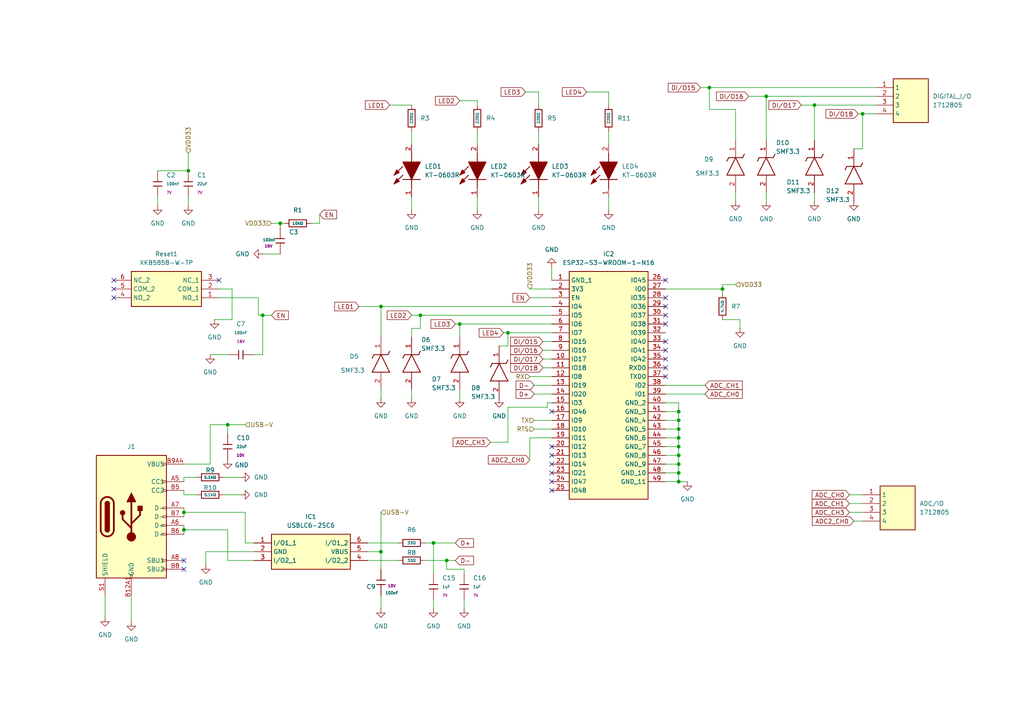
<source format=kicad_sch>
(kicad_sch (version 20250114) (generator "eeschema") (generator_version "9.0")
  (paper "A4")
  (junction (at 110.49 160.02))
  (junction (at 53.34 153.67))
  (junction (at 121.92 91.44))
  (junction (at 76.2 91.44))
  (junction (at 196.85 119.38))
  (junction (at 209.55 83.82))
  (junction (at 129.54 162.56))
  (junction (at 53.34 148.59))
  (junction (at 125.73 157.48))
  (junction (at 133.35 93.98))
  (junction (at 147.32 96.52))
  (junction (at 196.85 121.92))
  (junction (at 196.85 127))
  (junction (at 66.04 123.19))
  (junction (at 222.25 27.94))
  (junction (at 196.85 134.62))
  (junction (at 110.49 88.9))
  (junction (at 196.85 132.08))
  (junction (at 81.28 64.77))
  (junction (at 196.85 137.16))
  (junction (at 54.61 49.53))
  (junction (at 250.19 33.02))
  (junction (at 196.85 129.54))
  (junction (at 196.85 139.7))
  (junction (at 205.74 25.4))
  (junction (at 196.85 124.46))
  (junction (at 236.22 30.48))
  (no_connect (at 193.04 81.28))
  (no_connect (at 63.5 81.28))
  (no_connect (at 53.34 165.1))
  (no_connect (at 33.02 86.36))
  (no_connect (at 160.02 129.54))
  (no_connect (at 33.02 81.28))
  (no_connect (at 160.02 119.38))
  (no_connect (at 160.02 137.16))
  (no_connect (at 160.02 132.08))
  (no_connect (at 193.04 93.98))
  (no_connect (at 193.04 91.44))
  (no_connect (at 193.04 99.06))
  (no_connect (at 193.04 106.68))
  (no_connect (at 193.04 109.22))
  (no_connect (at 193.04 88.9))
  (no_connect (at 53.34 162.56))
  (no_connect (at 33.02 83.82))
  (no_connect (at 193.04 101.6))
  (no_connect (at 160.02 142.24))
  (no_connect (at 160.02 139.7))
  (no_connect (at 193.04 104.14))
  (no_connect (at 160.02 134.62))
  (no_connect (at 193.04 86.36))
  (wire (pts (xy 246.38 148.59) (xy 250.19 148.59)))
  (wire (pts (xy 193.04 83.82) (xy 209.55 83.82)))
  (wire (pts (xy 54.61 57.15) (xy 54.61 59.69)))
  (wire (pts (xy 158.75 118.11) (xy 158.75 116.84)))
  (wire (pts (xy 193.04 114.3) (xy 204.47 114.3)))
  (wire (pts (xy 81.28 66.04) (xy 81.28 64.77)))
  (wire (pts (xy 60.96 102.87) (xy 66.04 102.87)))
  (wire (pts (xy 63.5 86.36) (xy 74.93 86.36)))
  (wire (pts (xy 133.35 113.03) (xy 133.35 115.57)))
  (wire (pts (xy 110.49 165.1) (xy 110.49 160.02)))
  (wire (pts (xy 119.38 57.15) (xy 119.38 60.96)))
  (wire (pts (xy 248.92 33.02) (xy 250.19 33.02)))
  (wire (pts (xy 110.49 148.59) (xy 110.49 160.02)))
  (wire (pts (xy 53.34 148.59) (xy 53.34 149.86)))
  (wire (pts (xy 119.38 113.03) (xy 119.38 115.57)))
  (wire (pts (xy 236.22 30.48) (xy 254 30.48)))
  (wire (pts (xy 119.38 97.79) (xy 119.38 95.25)))
  (wire (pts (xy 53.34 139.7) (xy 53.34 138.43)))
  (wire (pts (xy 203.2 25.4) (xy 205.74 25.4)))
  (wire (pts (xy 147.32 128.27) (xy 147.32 118.11)))
  (wire (pts (xy 196.85 124.46) (xy 196.85 127)))
  (wire (pts (xy 53.34 148.59) (xy 71.12 148.59)))
  (wire (pts (xy 247.65 43.18) (xy 250.19 43.18)))
  (wire (pts (xy 67.31 92.71) (xy 62.23 92.71)))
  (wire (pts (xy 246.38 146.05) (xy 250.19 146.05)))
  (wire (pts (xy 121.92 95.25) (xy 121.92 91.44)))
  (wire (pts (xy 196.85 132.08) (xy 196.85 134.62)))
  (wire (pts (xy 193.04 116.84) (xy 196.85 116.84)))
  (wire (pts (xy 73.66 160.02) (xy 59.69 160.02)))
  (wire (pts (xy 82.55 64.77) (xy 81.28 64.77)))
  (wire (pts (xy 66.04 162.56) (xy 73.66 162.56)))
  (wire (pts (xy 193.04 137.16) (xy 196.85 137.16)))
  (wire (pts (xy 125.73 157.48) (xy 125.73 166.37)))
  (wire (pts (xy 106.68 160.02) (xy 110.49 160.02)))
  (wire (pts (xy 157.48 106.68) (xy 160.02 106.68)))
  (wire (pts (xy 106.68 157.48) (xy 115.57 157.48)))
  (wire (pts (xy 125.73 157.48) (xy 132.08 157.48)))
  (wire (pts (xy 154.94 121.92) (xy 160.02 121.92)))
  (wire (pts (xy 59.69 160.02) (xy 59.69 163.83)))
  (wire (pts (xy 121.92 91.44) (xy 160.02 91.44)))
  (wire (pts (xy 176.53 26.67) (xy 176.53 30.48)))
  (wire (pts (xy 213.36 82.55) (xy 209.55 82.55)))
  (wire (pts (xy 133.35 93.98) (xy 160.02 93.98)))
  (wire (pts (xy 53.34 152.4) (xy 53.34 153.67)))
  (wire (pts (xy 214.63 92.71) (xy 209.55 92.71)))
  (wire (pts (xy 154.94 114.3) (xy 160.02 114.3)))
  (wire (pts (xy 90.17 64.77) (xy 92.71 64.77)))
  (wire (pts (xy 236.22 30.48) (xy 236.22 40.64)))
  (wire (pts (xy 53.34 147.32) (xy 53.34 148.59)))
  (wire (pts (xy 193.04 127) (xy 196.85 127)))
  (wire (pts (xy 76.2 73.66) (xy 81.28 73.66)))
  (wire (pts (xy 144.78 100.33) (xy 147.32 100.33)))
  (wire (pts (xy 152.4 26.67) (xy 156.21 26.67)))
  (wire (pts (xy 71.12 148.59) (xy 71.12 157.48)))
  (wire (pts (xy 156.21 26.67) (xy 156.21 30.48)))
  (wire (pts (xy 196.85 121.92) (xy 196.85 124.46)))
  (wire (pts (xy 176.53 57.15) (xy 176.53 60.96)))
  (wire (pts (xy 156.21 38.1) (xy 156.21 41.91)))
  (wire (pts (xy 196.85 127) (xy 196.85 129.54)))
  (wire (pts (xy 110.49 97.79) (xy 110.49 88.9)))
  (wire (pts (xy 205.74 31.75) (xy 205.74 25.4)))
  (wire (pts (xy 53.34 153.67) (xy 66.04 153.67)))
  (wire (pts (xy 196.85 139.7) (xy 199.39 139.7)))
  (wire (pts (xy 196.85 134.62) (xy 196.85 137.16)))
  (wire (pts (xy 123.19 157.48) (xy 125.73 157.48)))
  (wire (pts (xy 60.96 123.19) (xy 60.96 134.62)))
  (wire (pts (xy 209.55 83.82) (xy 209.55 85.09)))
  (wire (pts (xy 193.04 119.38) (xy 196.85 119.38)))
  (wire (pts (xy 147.32 100.33) (xy 147.32 96.52)))
  (wire (pts (xy 157.48 99.06) (xy 160.02 99.06)))
  (wire (pts (xy 196.85 129.54) (xy 196.85 132.08)))
  (wire (pts (xy 74.93 86.36) (xy 74.93 91.44)))
  (wire (pts (xy 66.04 123.19) (xy 71.12 123.19)))
  (wire (pts (xy 119.38 95.25) (xy 121.92 95.25)))
  (wire (pts (xy 53.34 138.43) (xy 57.15 138.43)))
  (wire (pts (xy 138.43 29.21) (xy 138.43 30.48)))
  (wire (pts (xy 153.67 86.36) (xy 160.02 86.36)))
  (wire (pts (xy 142.24 128.27) (xy 147.32 128.27)))
  (wire (pts (xy 214.63 95.25) (xy 214.63 92.71)))
  (wire (pts (xy 113.03 30.48) (xy 119.38 30.48)))
  (wire (pts (xy 153.67 127) (xy 160.02 127)))
  (wire (pts (xy 133.35 93.98) (xy 133.35 97.79)))
  (wire (pts (xy 193.04 129.54) (xy 196.85 129.54)))
  (wire (pts (xy 153.67 133.35) (xy 153.67 127)))
  (wire (pts (xy 247.65 151.13) (xy 250.19 151.13)))
  (wire (pts (xy 160.02 77.47) (xy 160.02 81.28)))
  (wire (pts (xy 123.19 162.56) (xy 129.54 162.56)))
  (wire (pts (xy 110.49 172.72) (xy 110.49 176.53)))
  (wire (pts (xy 66.04 162.56) (xy 66.04 153.67)))
  (wire (pts (xy 196.85 116.84) (xy 196.85 119.38)))
  (wire (pts (xy 222.25 27.94) (xy 254 27.94)))
  (wire (pts (xy 246.38 143.51) (xy 250.19 143.51)))
  (wire (pts (xy 138.43 38.1) (xy 138.43 41.91)))
  (wire (pts (xy 213.36 55.88) (xy 213.36 58.42)))
  (wire (pts (xy 193.04 124.46) (xy 196.85 124.46)))
  (wire (pts (xy 60.96 123.19) (xy 66.04 123.19)))
  (wire (pts (xy 60.96 134.62) (xy 53.34 134.62)))
  (wire (pts (xy 205.74 25.4) (xy 254 25.4)))
  (wire (pts (xy 153.67 109.22) (xy 160.02 109.22)))
  (wire (pts (xy 54.61 44.45) (xy 54.61 49.53)))
  (wire (pts (xy 76.2 91.44) (xy 78.74 91.44)))
  (wire (pts (xy 134.62 173.99) (xy 134.62 176.53)))
  (wire (pts (xy 193.04 121.92) (xy 196.85 121.92)))
  (wire (pts (xy 217.17 27.94) (xy 222.25 27.94)))
  (wire (pts (xy 209.55 82.55) (xy 209.55 83.82)))
  (wire (pts (xy 73.66 102.87) (xy 76.2 102.87)))
  (wire (pts (xy 110.49 113.03) (xy 110.49 115.57)))
  (wire (pts (xy 154.94 111.76) (xy 160.02 111.76)))
  (wire (pts (xy 236.22 55.88) (xy 236.22 58.42)))
  (wire (pts (xy 63.5 83.82) (xy 67.31 83.82)))
  (wire (pts (xy 193.04 111.76) (xy 204.47 111.76)))
  (wire (pts (xy 193.04 134.62) (xy 196.85 134.62)))
  (wire (pts (xy 129.54 165.1) (xy 129.54 162.56)))
  (wire (pts (xy 196.85 119.38) (xy 196.85 121.92)))
  (wire (pts (xy 193.04 132.08) (xy 196.85 132.08)))
  (wire (pts (xy 138.43 57.15) (xy 138.43 60.96)))
  (wire (pts (xy 158.75 116.84) (xy 160.02 116.84)))
  (wire (pts (xy 133.35 29.21) (xy 138.43 29.21)))
  (wire (pts (xy 64.77 138.43) (xy 69.85 138.43)))
  (wire (pts (xy 53.34 143.51) (xy 53.34 142.24)))
  (wire (pts (xy 125.73 173.99) (xy 125.73 176.53)))
  (wire (pts (xy 250.19 43.18) (xy 250.19 33.02)))
  (wire (pts (xy 64.77 143.51) (xy 69.85 143.51)))
  (wire (pts (xy 132.08 93.98) (xy 133.35 93.98)))
  (wire (pts (xy 67.31 83.82) (xy 67.31 92.71)))
  (wire (pts (xy 213.36 40.64) (xy 213.36 31.75)))
  (wire (pts (xy 154.94 124.46) (xy 160.02 124.46)))
  (wire (pts (xy 147.32 118.11) (xy 158.75 118.11)))
  (wire (pts (xy 153.67 83.82) (xy 160.02 83.82)))
  (wire (pts (xy 193.04 139.7) (xy 196.85 139.7)))
  (wire (pts (xy 157.48 101.6) (xy 160.02 101.6)))
  (wire (pts (xy 45.72 49.53) (xy 54.61 49.53)))
  (wire (pts (xy 146.05 96.52) (xy 147.32 96.52)))
  (wire (pts (xy 106.68 162.56) (xy 115.57 162.56)))
  (wire (pts (xy 134.62 165.1) (xy 129.54 165.1)))
  (wire (pts (xy 104.14 88.9) (xy 110.49 88.9)))
  (wire (pts (xy 76.2 102.87) (xy 76.2 91.44)))
  (wire (pts (xy 30.48 172.72) (xy 30.48 179.07)))
  (wire (pts (xy 176.53 38.1) (xy 176.53 41.91)))
  (wire (pts (xy 119.38 38.1) (xy 119.38 41.91)))
  (wire (pts (xy 57.15 143.51) (xy 53.34 143.51)))
  (wire (pts (xy 232.41 30.48) (xy 236.22 30.48)))
  (wire (pts (xy 38.1 172.72) (xy 38.1 180.34)))
  (wire (pts (xy 157.48 104.14) (xy 160.02 104.14)))
  (wire (pts (xy 53.34 153.67) (xy 53.34 154.94)))
  (wire (pts (xy 74.93 91.44) (xy 76.2 91.44)))
  (wire (pts (xy 110.49 88.9) (xy 160.02 88.9)))
  (wire (pts (xy 134.62 166.37) (xy 134.62 165.1)))
  (wire (pts (xy 78.74 64.77) (xy 81.28 64.77)))
  (wire (pts (xy 129.54 162.56) (xy 132.08 162.56)))
  (wire (pts (xy 222.25 27.94) (xy 222.25 40.64)))
  (wire (pts (xy 196.85 137.16) (xy 196.85 139.7)))
  (wire (pts (xy 250.19 33.02) (xy 254 33.02)))
  (wire (pts (xy 119.38 91.44) (xy 121.92 91.44)))
  (wire (pts (xy 92.71 62.23) (xy 92.71 64.77)))
  (wire (pts (xy 170.18 26.67) (xy 176.53 26.67)))
  (wire (pts (xy 213.36 31.75) (xy 205.74 31.75)))
  (wire (pts (xy 222.25 55.88) (xy 222.25 58.42)))
  (wire (pts (xy 71.12 157.48) (xy 73.66 157.48)))
  (wire (pts (xy 45.72 57.15) (xy 45.72 59.69)))
  (wire (pts (xy 147.32 96.52) (xy 160.02 96.52)))
  (wire (pts (xy 156.21 57.15) (xy 156.21 60.96)))
  (wire (pts (xy 66.04 123.19) (xy 66.04 125.73)))
  (global_label "ADC2_CH0" (shape input) (at 247.65 151.13 180) (property "Intersheetrefs" "${INTERSHEET_REFS}" (effects (hide yes))))
  (global_label "ADC_CH0" (shape input) (at 246.38 143.51 180) (property "Intersheetrefs" "${INTERSHEET_REFS}" (effects (hide yes))))
  (global_label "D+" (shape input) (at 132.08 157.48 0) (property "Intersheetrefs" "${INTERSHEET_REFS}" (effects (hide yes))))
  (global_label "DI{slash}O15" (shape input) (at 203.2 25.4 180) (property "Intersheetrefs" "${INTERSHEET_REFS}" (effects (hide yes))))
  (global_label "DI{slash}O17" (shape input) (at 157.48 104.14 180) (property "Intersheetrefs" "${INTERSHEET_REFS}" (effects (hide yes))))
  (global_label "ADC_CH1" (shape input) (at 204.47 111.76 0) (property "Intersheetrefs" "${INTERSHEET_REFS}" (effects (hide yes))))
  (global_label "LED2" (shape input) (at 133.35 29.21 180) (property "Intersheetrefs" "${INTERSHEET_REFS}" (effects (hide yes))))
  (global_label "ADC_CH3" (shape input) (at 246.38 148.59 180) (property "Intersheetrefs" "${INTERSHEET_REFS}" (effects (hide yes))))
  (global_label "EN" (shape input) (at 153.67 86.36 180) (property "Intersheetrefs" "${INTERSHEET_REFS}" (effects (hide yes))))
  (global_label "DI{slash}O17" (shape input) (at 232.41 30.48 180) (property "Intersheetrefs" "${INTERSHEET_REFS}" (effects (hide yes))))
  (global_label "LED2" (shape input) (at 119.38 91.44 180) (property "Intersheetrefs" "${INTERSHEET_REFS}" (effects (hide yes))))
  (global_label "EN" (shape input) (at 92.71 62.23 0) (property "Intersheetrefs" "${INTERSHEET_REFS}" (effects (hide yes))))
  (global_label "ADC2_CH0" (shape input) (at 153.67 133.35 180) (property "Intersheetrefs" "${INTERSHEET_REFS}" (effects (hide yes))))
  (global_label "DI{slash}O16" (shape input) (at 157.48 101.6 180) (property "Intersheetrefs" "${INTERSHEET_REFS}" (effects (hide yes))))
  (global_label "ADC_CH3" (shape input) (at 142.24 128.27 180) (property "Intersheetrefs" "${INTERSHEET_REFS}" (effects (hide yes))))
  (global_label "LED3" (shape input) (at 132.08 93.98 180) (property "Intersheetrefs" "${INTERSHEET_REFS}" (effects (hide yes))))
  (global_label "ADC_CH1" (shape input) (at 246.38 146.05 180) (property "Intersheetrefs" "${INTERSHEET_REFS}" (effects (hide yes))))
  (global_label "EN" (shape input) (at 78.74 91.44 0) (property "Intersheetrefs" "${INTERSHEET_REFS}" (effects (hide yes))))
  (global_label "LED1" (shape input) (at 104.14 88.9 180) (property "Intersheetrefs" "${INTERSHEET_REFS}" (effects (hide yes))))
  (global_label "LED3" (shape input) (at 152.4 26.67 180) (property "Intersheetrefs" "${INTERSHEET_REFS}" (effects (hide yes))))
  (global_label "DI{slash}O18" (shape input) (at 157.48 106.68 180) (property "Intersheetrefs" "${INTERSHEET_REFS}" (effects (hide yes))))
  (global_label "LED4" (shape input) (at 170.18 26.67 180) (property "Intersheetrefs" "${INTERSHEET_REFS}" (effects (hide yes))))
  (global_label "LED1" (shape input) (at 113.03 30.48 180) (property "Intersheetrefs" "${INTERSHEET_REFS}" (effects (hide yes))))
  (global_label "D+" (shape input) (at 154.94 114.3 180) (property "Intersheetrefs" "${INTERSHEET_REFS}" (effects (hide yes))))
  (global_label "DI{slash}O15" (shape input) (at 157.48 99.06 180) (property "Intersheetrefs" "${INTERSHEET_REFS}" (effects (hide yes))))
  (global_label "LED4" (shape input) (at 146.05 96.52 180) (property "Intersheetrefs" "${INTERSHEET_REFS}" (effects (hide yes))))
  (global_label "ADC_CH0" (shape input) (at 204.47 114.3 0) (property "Intersheetrefs" "${INTERSHEET_REFS}" (effects (hide yes))))
  (global_label "D-" (shape input) (at 132.08 162.56 0) (property "Intersheetrefs" "${INTERSHEET_REFS}" (effects (hide yes))))
  (global_label "DI{slash}O18" (shape input) (at 248.92 33.02 180) (property "Intersheetrefs" "${INTERSHEET_REFS}" (effects (hide yes))))
  (global_label "DI{slash}O16" (shape input) (at 217.17 27.94 180) (property "Intersheetrefs" "${INTERSHEET_REFS}" (effects (hide yes))))
  (global_label "D-" (shape input) (at 154.94 111.76 180) (property "Intersheetrefs" "${INTERSHEET_REFS}" (effects (hide yes))))
  (hierarchical_label "RTS" (shape input) (at 154.94 124.46 180))
  (hierarchical_label "RX" (shape input) (at 153.67 109.22 180))
  (hierarchical_label "VDD33" (shape input) (at 153.67 83.82 90))
  (hierarchical_label "USB-V" (shape input) (at 71.12 123.19 0))
  (hierarchical_label "VDD33" (shape input) (at 213.36 82.55 0))
  (hierarchical_label "VDD33" (shape input) (at 78.74 64.77 180))
  (hierarchical_label "VDD33" (shape input) (at 54.61 44.45 90))
  (hierarchical_label "USB-V" (shape input) (at 110.49 148.59 0))
  (hierarchical_label "TX" (shape input) (at 154.94 121.92 180))
  (symbol (lib_id "power:GND") (at 62.23 92.71 0) (unit 1)
    (property "Reference" "#PWR06" (effects (hide yes)))
    (property "Value" "GND" (at 62.23 97.79 0))
    (property "Description" "Power symbol creates a global label with name \"GND\" , ground" (effects (hide yes)))
  )
  (symbol (lib_id "power:GND") (at 214.63 95.25 0) (unit 1)
    (property "Reference" "#PWR034" (effects (hide yes)))
    (property "Value" "GND" (at 214.63 100.33 0))
    (property "Description" "Power symbol creates a global label with name \"GND\" , ground" (effects (hide yes)))
  )
  (symbol (lib_id "PCM_JLCPCB-Resistors:0402,4.7kΩ") (at 209.55 88.9 0) (unit 1)
    (property "Reference" "R7" (at 212.09 88.8999 0) (effects (justify left)))
    (property "Value" "4.7kΩ" (at 209.55 88.9 90) (effects (font (size 0.8 0.8))))
    (property "Footprint" "PCM_JLCPCB:R_0402" (effects (hide yes)))
    (property "Datasheet" "https://www.lcsc.com/datasheet/lcsc_datasheet_2206010045_UNI-ROYAL-Uniroyal-Elec-0402WGF4701TCE_C25900.pdf" (effects (hide yes)))
    (property "Description" "62.5mW Thick Film Resistors 50V ±100ppm/°C ±1% 4.7kΩ 0402 Chip Resistor - Surface Mount ROHS" (effects (hide yes)))
    (property "LCSC" "C25900" (effects (hide yes)))
    (property "Stock" "5275797" (effects (hide yes)))
    (property "Price" "0.004USD" (effects (hide yes)))
    (property "Process" "SMT" (effects (hide yes)))
    (property "Minimum Qty" "20" (effects (hide yes)))
    (property "Attrition Qty" "10" (effects (hide yes)))
    (property "Class" "Basic Component" (effects (hide yes)))
    (property "Category" "Resistors,Chip Resistor - Surface Mount" (effects (hide yes)))
    (property "Manufacturer" "UNI-ROYAL(Uniroyal Elec)" (effects (hide yes)))
    (property "Part" "0402WGF4701TCE" (effects (hide yes)))
    (property "Resistance" "4.7kΩ" (effects (hide yes)))
    (property "Power(Watts)" "62.5mW" (effects (hide yes)))
    (property "Type" "Thick Film Resistors" (effects (hide yes)))
    (property "Overload Voltage (Max)" "50V" (effects (hide yes)))
    (property "Operating Temperature Range" "-55°C~+155°C" (effects (hide yes)))
    (property "Tolerance" "±1%" (effects (hide yes)))
    (property "Temperature Coefficient" "±100ppm/°C" (effects (hide yes)))
  )
  (symbol (lib_id "power:GND") (at 66.04 133.35 0) (unit 1)
    (property "Reference" "#PWR023" (effects (hide yes)))
    (property "Value" "GND" (at 70.104 134.874 0))
    (property "Description" "Power symbol creates a global label with name \"GND\" , ground" (effects (hide yes)))
  )
  (symbol (lib_id "power:GND") (at 59.69 163.83 0) (unit 1)
    (property "Reference" "#PWR015" (effects (hide yes)))
    (property "Value" "GND" (at 59.69 168.91 0))
    (property "Description" "Power symbol creates a global label with name \"GND\" , ground" (effects (hide yes)))
  )
  (symbol (lib_id "power:GND") (at 69.85 143.51 90) (unit 1)
    (property "Reference" "#PWR010" (effects (hide yes)))
    (property "Value" "GND" (at 73.66 143.5099 90) (effects (justify right)))
    (property "Description" "Power symbol creates a global label with name \"GND\" , ground" (effects (hide yes)))
  )
  (symbol (lib_id "power:GND") (at 110.49 176.53 0) (unit 1)
    (property "Reference" "#PWR016" (effects (hide yes)))
    (property "Value" "GND" (at 110.49 181.61 0))
    (property "Description" "Power symbol creates a global label with name \"GND\" , ground" (effects (hide yes)))
  )
  (symbol (lib_id "SamacSys_Parts:USBLC6-2SC6") (at 73.66 157.48 0) (unit 1)
    (property "Reference" "IC1" (at 90.17 149.86 0))
    (property "Value" "USBLC6-2SC6" (at 90.17 152.4 0))
    (property "Footprint" "SamacSys_Parts:SOT95P280X145-6N" (effects (hide yes)))
    (property "Datasheet" "http://www.st.com/st-web-ui/static/active/en/resource/technical/document/datasheet/CD00050750.pdf" (effects (hide yes)))
    (property "Description" "TVS Diode Array Uni-Directional USBLC6-2SC6 17V, SOT-23 6-Pin" (effects (hide yes)))
    (property "Height" "1.45" (effects (hide yes)))
    (property "Manufacturer_Name" "STMicroelectronics" (effects (hide yes)))
    (property "Manufacturer_Part_Number" "USBLC6-2SC6" (effects (hide yes)))
    (property "Mouser Part Number" "511-USBLC6-2SC6" (effects (hide yes)))
    (property "Mouser Price/Stock" "https://www.mouser.co.uk/ProductDetail/STMicroelectronics/USBLC6-2SC6?qs=po45yt2pPpu%2FhNIlwQdTlg%3D%3D" (effects (hide yes)))
    (property "Arrow Part Number" "USBLC6-2SC6" (effects (hide yes)))
    (property "Arrow Price/Stock" "https://www.arrow.com/en/products/usblc6-2sc6/stmicroelectronics?utm_currency=USD&region=europe" (effects (hide yes)))
  )
  (symbol (lib_id "SamacSys_Parts:XKB5858-W-TP") (at 63.5 86.36 180) (unit 1)
    (property "Reference" "Reset1" (at 48.26 73.66 0))
    (property "Value" "XKB5858-W-TP" (at 48.26 76.2 0))
    (property "Footprint" "SamacSys_Parts:XKB5858WTP" (effects (hide yes)))
    (property "Datasheet" "http://www.helloxkb.com/public/images/pdf/XKB5858-X-TP.pdf" (effects (hide yes)))
    (property "Description" "Button switch 5.8x5.8x10 patch lockless high head" (effects (hide yes)))
    (property "Height" "10.6" (effects (hide yes)))
    (property "Manufacturer_Name" "XKB Connectivity" (effects (hide yes)))
    (property "Manufacturer_Part_Number" "XKB5858-W-TP" (effects (hide yes)))
  )
  (symbol (lib_id "power:GND") (at 76.2 73.66 270) (unit 1)
    (property "Reference" "#PWR019" (effects (hide yes)))
    (property "Value" "GND" (at 72.39 73.6599 90) (effects (justify right)))
    (property "Description" "Power symbol creates a global label with name \"GND\" , ground" (effects (hide yes)))
  )
  (symbol (lib_id "PCM_JLCPCB-Capacitors:0603,22uF") (at 66.04 129.54 0) (unit 1)
    (property "Reference" "C10" (at 68.58 126.9999 0) (effects (justify left)))
    (property "Value" "22uF" (at 68.58 129.54 0) (effects (font (size 0.8 0.8)) (justify left)))
    (property "Footprint" "PCM_JLCPCB:C_0603" (effects (hide yes)))
    (property "Datasheet" "https://www.lcsc.com/datasheet/lcsc_datasheet_2304140030_Samsung-Electro-Mechanics-CL10A226MQ8NRNC_C59461.pdf" (effects (hide yes)))
    (property "Description" "6.3V 22uF X5R ±20% 0603 Multilayer Ceramic Capacitors MLCC - SMD/SMT ROHS" (effects (hide yes)))
    (property "LCSC" "C59461" (effects (hide yes)))
    (property "Stock" "4782535" (effects (hide yes)))
    (property "Price" "0.010USD" (effects (hide yes)))
    (property "Process" "SMT" (effects (hide yes)))
    (property "Minimum Qty" "20" (effects (hide yes)))
    (property "Attrition Qty" "10" (effects (hide yes)))
    (property "Class" "Basic Component" (effects (hide yes)))
    (property "Category" "Capacitors,Multilayer Ceramic Capacitors MLCC - SMD/SMT" (effects (hide yes)))
    (property "Manufacturer" "Samsung Electro-Mechanics" (effects (hide yes)))
    (property "Part" "CL10A226MQ8NRNC" (effects (hide yes)))
    (property "Voltage Rated" "10V" (at 68.58 132.08 0) (effects (font (size 0.8 0.8)) (justify left)))
    (property "Tolerance" "±20%" (effects (hide yes)))
    (property "Capacitance" "22uF" (effects (hide yes)))
    (property "Temperature Coefficient" "X5R" (effects (hide yes)))
  )
  (symbol (lib_id "PCM_JLCPCB-Capacitors:0402,100nF") (at 110.49 168.91 180) (unit 1)
    (property "Reference" "C9" (at 108.966 170.18 0) (effects (justify left)))
    (property "Value" "100nF" (at 115.57 171.958 0) (effects (font (size 0.8 0.8)) (justify left)))
    (property "Footprint" "PCM_JLCPCB:C_0402" (effects (hide yes)))
    (property "Datasheet" "https://www.lcsc.com/datasheet/lcsc_datasheet_2304140030_Samsung-Electro-Mechanics-CL05B104KO5NNNC_C1525.pdf" (effects (hide yes)))
    (property "Description" "16V 100nF X7R ±10% 0402 Multilayer Ceramic Capacitors MLCC - SMD/SMT ROHS" (effects (hide yes)))
    (property "LCSC" "C1525" (effects (hide yes)))
    (property "Stock" "17299152" (effects (hide yes)))
    (property "Price" "0.004USD" (effects (hide yes)))
    (property "Process" "SMT" (effects (hide yes)))
    (property "Minimum Qty" "20" (effects (hide yes)))
    (property "Attrition Qty" "10" (effects (hide yes)))
    (property "Class" "Basic Component" (effects (hide yes)))
    (property "Category" "Capacitors,Multilayer Ceramic Capacitors MLCC - SMD/SMT" (effects (hide yes)))
    (property "Manufacturer" "Samsung Electro-Mechanics" (effects (hide yes)))
    (property "Part" "CL05B104KO5NNNC" (effects (hide yes)))
    (property "Voltage Rated" "10V" (at 114.808 169.926 0) (effects (font (size 0.8 0.8)) (justify left)))
    (property "Tolerance" "±10%" (effects (hide yes)))
    (property "Capacitance" "100nF" (effects (hide yes)))
    (property "Temperature Coefficient" "X7R" (effects (hide yes)))
  )
  (symbol (lib_id "SamacSys_Parts:SMF3.3") (at 119.38 97.79 270) (unit 1)
    (property "Reference" "D6" (at 122.174 98.552 90) (effects (justify left)))
    (property "Value" "SMF3.3" (at 122.174 101.092 90) (effects (justify left)))
    (property "Footprint" "SamacSys_Parts:SOD3718X108N" (effects (hide yes)))
    (property "Datasheet" "https://componentsearchengine.com/Datasheets/2/SMF3.3.pdf" (effects (hide yes)))
    (property "Description" "ESD Suppressors / TVS Diodes 200W 3.3V 5% Uni-directional" (effects (hide yes)))
    (property "Height" "1.08" (effects (hide yes)))
    (property "Manufacturer_Name" "LITTELFUSE" (effects (hide yes)))
    (property "Manufacturer_Part_Number" "SMF3.3" (effects (hide yes)))
    (property "Mouser Part Number" "576-SMF3.3" (effects (hide yes)))
    (property "Mouser Price/Stock" "https://www.mouser.co.uk/ProductDetail/Littelfuse/SMF3.3?qs=5LChGqRbrjutbyo%2F8EojOg%3D%3D" (effects (hide yes)))
    (property "Arrow Part Number" "SMF3.3" (effects (hide yes)))
    (property "Arrow Price/Stock" "https://www.arrow.com/en/products/smf3.3/littelfuse?region=nac" (effects (hide yes)))
  )
  (symbol (lib_id "PCM_JLCPCB-Resistors:0402,33Ω") (at 119.38 157.48 270) (unit 1)
    (property "Reference" "R6" (at 119.38 153.67 90))
    (property "Value" "33Ω" (at 119.38 157.48 90) (effects (font (size 0.8 0.8))))
    (property "Footprint" "PCM_JLCPCB:R_0402" (effects (hide yes)))
    (property "Datasheet" "https://www.lcsc.com/datasheet/lcsc_datasheet_2205311900_UNI-ROYAL-Uniroyal-Elec-0402WGF330JTCE_C25105.pdf" (effects (hide yes)))
    (property "Description" "62.5mW Thick Film Resistors 50V ±100ppm/°C ±1% 33Ω 0402 Chip Resistor - Surface Mount ROHS" (effects (hide yes)))
    (property "LCSC" "C25105" (effects (hide yes)))
    (property "Stock" "1542442" (effects (hide yes)))
    (property "Price" "0.004USD" (effects (hide yes)))
    (property "Process" "SMT" (effects (hide yes)))
    (property "Minimum Qty" "20" (effects (hide yes)))
    (property "Attrition Qty" "10" (effects (hide yes)))
    (property "Class" "Basic Component" (effects (hide yes)))
    (property "Category" "Resistors,Chip Resistor - Surface Mount" (effects (hide yes)))
    (property "Manufacturer" "UNI-ROYAL(Uniroyal Elec)" (effects (hide yes)))
    (property "Part" "0402WGF330JTCE" (effects (hide yes)))
    (property "Resistance" "33Ω" (effects (hide yes)))
    (property "Power(Watts)" "62.5mW" (effects (hide yes)))
    (property "Type" "Thick Film Resistors" (effects (hide yes)))
    (property "Overload Voltage (Max)" "50V" (effects (hide yes)))
    (property "Operating Temperature Range" "-55°C~+155°C" (effects (hide yes)))
    (property "Tolerance" "±1%" (effects (hide yes)))
    (property "Temperature Coefficient" "±100ppm/°C" (effects (hide yes)))
  )
  (symbol (lib_id "power:GND") (at 69.85 138.43 90) (unit 1)
    (property "Reference" "#PWR09" (effects (hide yes)))
    (property "Value" "GND" (at 73.66 138.4299 90) (effects (justify right)))
    (property "Description" "Power symbol creates a global label with name \"GND\" , ground" (effects (hide yes)))
  )
  (symbol (lib_id "SamacSys_Parts:KT-0603R") (at 138.43 57.15 90) (unit 1)
    (property "Reference" "LED2" (at 142.24 48.2599 90) (effects (justify right)))
    (property "Value" "KT-0603R" (at 142.24 50.7999 90) (effects (justify right)))
    (property "Footprint" "LEDC1608X70N" (effects (hide yes)))
    (property "Datasheet" "https://datasheet.lcsc.com/szlcsc/Hubei-KENTO-Elec-KT-0603R_C2286.pdf" (effects (hide yes)))
    (property "Description" "Red 615~630nm 1.9~2.2V 0603 Light Emitting Diodes (LED) RoHS" (effects (hide yes)))
    (property "Height" "0.7" (effects (hide yes)))
    (property "Manufacturer_Name" "Hubei KENTO Elec" (effects (hide yes)))
    (property "Manufacturer_Part_Number" "KT-0603R" (effects (hide yes)))
  )
  (symbol (lib_id "PCM_JLCPCB-Capacitors:0402,1uF") (at 125.73 170.18 0) (unit 1)
    (property "Reference" "C15" (at 128.27 167.6399 0) (effects (justify left)))
    (property "Value" "1uF" (at 128.27 170.18 0) (effects (font (size 0.8 0.8)) (justify left)))
    (property "Footprint" "PCM_JLCPCB:C_0402" (effects (hide yes)))
    (property "Datasheet" "https://www.lcsc.com/datasheet/lcsc_datasheet_2304140030_Samsung-Electro-Mechanics-CL05A105KA5NQNC_C52923.pdf" (effects (hide yes)))
    (property "Description" "25V 1uF X5R ±10% 0402 Multilayer Ceramic Capacitors MLCC - SMD/SMT ROHS" (effects (hide yes)))
    (property "LCSC" "C52923" (effects (hide yes)))
    (property "Stock" "5086284" (effects (hide yes)))
    (property "Price" "0.006USD" (effects (hide yes)))
    (property "Process" "SMT" (effects (hide yes)))
    (property "Minimum Qty" "20" (effects (hide yes)))
    (property "Attrition Qty" "10" (effects (hide yes)))
    (property "Class" "Basic Component" (effects (hide yes)))
    (property "Category" "Capacitors,Multilayer Ceramic Capacitors MLCC - SMD/SMT" (effects (hide yes)))
    (property "Manufacturer" "Samsung Electro-Mechanics" (effects (hide yes)))
    (property "Part" "CL05A105KA5NQNC" (effects (hide yes)))
    (property "Voltage Rated" "7V" (at 128.27 172.72 0) (effects (font (size 0.8 0.8)) (justify left)))
    (property "Tolerance" "±10%" (effects (hide yes)))
    (property "Capacitance" "1uF" (effects (hide yes)))
    (property "Temperature Coefficient" "X5R" (effects (hide yes)))
  )
  (symbol (lib_id "power:GND") (at 176.53 60.96 0) (unit 1)
    (property "Reference" "#PWR038" (effects (hide yes)))
    (property "Value" "GND" (at 176.53 66.04 0))
    (property "Description" "Power symbol creates a global label with name \"GND\" , ground" (effects (hide yes)))
  )
  (symbol (lib_id "PCM_JLCPCB-Capacitors:0402,100nF") (at 45.72 53.34 0) (unit 1)
    (property "Reference" "C2" (at 48.26 50.7999 0) (effects (justify left)))
    (property "Value" "100nF" (at 48.26 53.34 0) (effects (font (size 0.8 0.8)) (justify left)))
    (property "Footprint" "PCM_JLCPCB:C_0402" (effects (hide yes)))
    (property "Datasheet" "https://www.lcsc.com/datasheet/lcsc_datasheet_2304140030_Samsung-Electro-Mechanics-CL05B104KO5NNNC_C1525.pdf" (effects (hide yes)))
    (property "Description" "16V 100nF X7R ±10% 0402 Multilayer Ceramic Capacitors MLCC - SMD/SMT ROHS" (effects (hide yes)))
    (property "LCSC" "C1525" (effects (hide yes)))
    (property "Stock" "17299152" (effects (hide yes)))
    (property "Price" "0.004USD" (effects (hide yes)))
    (property "Process" "SMT" (effects (hide yes)))
    (property "Minimum Qty" "20" (effects (hide yes)))
    (property "Attrition Qty" "10" (effects (hide yes)))
    (property "Class" "Basic Component" (effects (hide yes)))
    (property "Category" "Capacitors,Multilayer Ceramic Capacitors MLCC - SMD/SMT" (effects (hide yes)))
    (property "Manufacturer" "Samsung Electro-Mechanics" (effects (hide yes)))
    (property "Part" "CL05B104KO5NNNC" (effects (hide yes)))
    (property "Voltage Rated" "7V" (at 48.26 55.88 0) (effects (font (size 0.8 0.8)) (justify left)))
    (property "Tolerance" "±10%" (effects (hide yes)))
    (property "Capacitance" "100nF" (effects (hide yes)))
    (property "Temperature Coefficient" "X7R" (effects (hide yes)))
  )
  (symbol (lib_id "PCM_JLCPCB-Resistors:0805,5.1kΩ") (at 60.96 138.43 90) (unit 1)
    (property "Reference" "R9" (at 60.96 136.398 90))
    (property "Value" "5.1kΩ" (at 60.96 138.43 90) (effects (font (size 0.8 0.8))))
    (property "Footprint" "PCM_JLCPCB:R_0805" (effects (hide yes)))
    (property "Datasheet" "https://www.lcsc.com/datasheet/lcsc_datasheet_2206010030_UNI-ROYAL-Uniroyal-Elec-0805W8F5101T5E_C27834.pdf" (effects (hide yes)))
    (property "Description" "125mW Thick Film Resistors 150V ±100ppm/°C ±1% 5.1kΩ 0805 Chip Resistor - Surface Mount ROHS" (effects (hide yes)))
    (property "LCSC" "C27834" (effects (hide yes)))
    (property "Stock" "2044387" (effects (hide yes)))
    (property "Price" "0.005USD" (effects (hide yes)))
    (property "Process" "SMT" (effects (hide yes)))
    (property "Minimum Qty" "20" (effects (hide yes)))
    (property "Attrition Qty" "10" (effects (hide yes)))
    (property "Class" "Basic Component" (effects (hide yes)))
    (property "Category" "Resistors,Chip Resistor - Surface Mount" (effects (hide yes)))
    (property "Manufacturer" "UNI-ROYAL(Uniroyal Elec)" (effects (hide yes)))
    (property "Part" "0805W8F5101T5E" (effects (hide yes)))
    (property "Resistance" "5.1kΩ" (effects (hide yes)))
    (property "Power(Watts)" "125mW" (effects (hide yes)))
    (property "Type" "Thick Film Resistors" (effects (hide yes)))
    (property "Overload Voltage (Max)" "150V" (effects (hide yes)))
    (property "Operating Temperature Range" "-55°C~+155°C" (effects (hide yes)))
    (property "Tolerance" "±1%" (effects (hide yes)))
    (property "Temperature Coefficient" "±100ppm/°C" (effects (hide yes)))
  )
  (symbol (lib_id "PCM_JLCPCB-Resistors:0402,220Ω") (at 119.38 34.29 0) (unit 1)
    (property "Reference" "R3" (at 121.92 34.2899 0) (effects (justify left)))
    (property "Value" "220Ω" (at 119.38 34.29 90) (effects (font (size 0.8 0.8))))
    (property "Footprint" "PCM_JLCPCB:R_0402" (effects (hide yes)))
    (property "Datasheet" "https://www.lcsc.com/datasheet/lcsc_datasheet_2205311900_UNI-ROYAL-Uniroyal-Elec-0402WGF2200TCE_C25091.pdf" (effects (hide yes)))
    (property "Description" "62.5mW Thick Film Resistors 50V ±100ppm/°C ±1% 220Ω 0402 Chip Resistor - Surface Mount ROHS" (effects (hide yes)))
    (property "LCSC" "C25091" (effects (hide yes)))
    (property "Stock" "597518" (effects (hide yes)))
    (property "Price" "0.004USD" (effects (hide yes)))
    (property "Process" "SMT" (effects (hide yes)))
    (property "Minimum Qty" "20" (effects (hide yes)))
    (property "Attrition Qty" "10" (effects (hide yes)))
    (property "Class" "Basic Component" (effects (hide yes)))
    (property "Category" "Resistors,Chip Resistor - Surface Mount" (effects (hide yes)))
    (property "Manufacturer" "UNI-ROYAL(Uniroyal Elec)" (effects (hide yes)))
    (property "Part" "0402WGF2200TCE" (effects (hide yes)))
    (property "Resistance" "220Ω" (effects (hide yes)))
    (property "Power(Watts)" "62.5mW" (effects (hide yes)))
    (property "Type" "Thick Film Resistors" (effects (hide yes)))
    (property "Overload Voltage (Max)" "50V" (effects (hide yes)))
    (property "Operating Temperature Range" "-55°C~+155°C" (effects (hide yes)))
    (property "Tolerance" "±1%" (effects (hide yes)))
    (property "Temperature Coefficient" "±100ppm/°C" (effects (hide yes)))
  )
  (symbol (lib_id "SamacSys_Parts:SMF3.3") (at 213.36 40.64 270) (unit 1)
    (property "Reference" "D9" (at 204.216 46.228 90) (effects (justify left)))
    (property "Value" "SMF3.3" (at 201.676 50.292 90) (effects (justify left)))
    (property "Footprint" "SamacSys_Parts:SOD3718X108N" (effects (hide yes)))
    (property "Datasheet" "https://componentsearchengine.com/Datasheets/2/SMF3.3.pdf" (effects (hide yes)))
    (property "Description" "ESD Suppressors / TVS Diodes 200W 3.3V 5% Uni-directional" (effects (hide yes)))
    (property "Height" "1.08" (effects (hide yes)))
    (property "Manufacturer_Name" "LITTELFUSE" (effects (hide yes)))
    (property "Manufacturer_Part_Number" "SMF3.3" (effects (hide yes)))
    (property "Mouser Part Number" "576-SMF3.3" (effects (hide yes)))
    (property "Mouser Price/Stock" "https://www.mouser.co.uk/ProductDetail/Littelfuse/SMF3.3?qs=5LChGqRbrjutbyo%2F8EojOg%3D%3D" (effects (hide yes)))
    (property "Arrow Part Number" "SMF3.3" (effects (hide yes)))
    (property "Arrow Price/Stock" "https://www.arrow.com/en/products/smf3.3/littelfuse?region=nac" (effects (hide yes)))
  )
  (symbol (lib_id "power:GND") (at 213.36 58.42 0) (unit 1)
    (property "Reference" "#PWR043" (effects (hide yes)))
    (property "Value" "GND" (at 213.36 63.5 0))
    (property "Description" "Power symbol creates a global label with name \"GND\" , ground" (effects (hide yes)))
  )
  (symbol (lib_id "SamacSys_Parts:SMF3.3") (at 222.25 40.64 270) (unit 1)
    (property "Reference" "D10" (at 225.044 41.402 90) (effects (justify left)))
    (property "Value" "SMF3.3" (at 225.044 43.942 90) (effects (justify left)))
    (property "Footprint" "SamacSys_Parts:SOD3718X108N" (effects (hide yes)))
    (property "Datasheet" "https://componentsearchengine.com/Datasheets/2/SMF3.3.pdf" (effects (hide yes)))
    (property "Description" "ESD Suppressors / TVS Diodes 200W 3.3V 5% Uni-directional" (effects (hide yes)))
    (property "Height" "1.08" (effects (hide yes)))
    (property "Manufacturer_Name" "LITTELFUSE" (effects (hide yes)))
    (property "Manufacturer_Part_Number" "SMF3.3" (effects (hide yes)))
    (property "Mouser Part Number" "576-SMF3.3" (effects (hide yes)))
    (property "Mouser Price/Stock" "https://www.mouser.co.uk/ProductDetail/Littelfuse/SMF3.3?qs=5LChGqRbrjutbyo%2F8EojOg%3D%3D" (effects (hide yes)))
    (property "Arrow Part Number" "SMF3.3" (effects (hide yes)))
    (property "Arrow Price/Stock" "https://www.arrow.com/en/products/smf3.3/littelfuse?region=nac" (effects (hide yes)))
  )
  (symbol (lib_id "SamacSys_Parts:SMF3.3") (at 144.78 100.33 270) (unit 1)
    (property "Reference" "D8" (at 136.652 112.522 90) (effects (justify left)))
    (property "Value" "SMF3.3" (at 136.652 115.062 90) (effects (justify left)))
    (property "Footprint" "SamacSys_Parts:SOD3718X108N" (effects (hide yes)))
    (property "Datasheet" "https://componentsearchengine.com/Datasheets/2/SMF3.3.pdf" (effects (hide yes)))
    (property "Description" "ESD Suppressors / TVS Diodes 200W 3.3V 5% Uni-directional" (effects (hide yes)))
    (property "Height" "1.08" (effects (hide yes)))
    (property "Manufacturer_Name" "LITTELFUSE" (effects (hide yes)))
    (property "Manufacturer_Part_Number" "SMF3.3" (effects (hide yes)))
    (property "Mouser Part Number" "576-SMF3.3" (effects (hide yes)))
    (property "Mouser Price/Stock" "https://www.mouser.co.uk/ProductDetail/Littelfuse/SMF3.3?qs=5LChGqRbrjutbyo%2F8EojOg%3D%3D" (effects (hide yes)))
    (property "Arrow Part Number" "SMF3.3" (effects (hide yes)))
    (property "Arrow Price/Stock" "https://www.arrow.com/en/products/smf3.3/littelfuse?region=nac" (effects (hide yes)))
  )
  (symbol (lib_id "power:GND") (at 144.78 115.57 0) (unit 1)
    (property "Reference" "#PWR042" (effects (hide yes)))
    (property "Value" "GND" (at 144.78 120.65 0))
    (property "Description" "Power symbol creates a global label with name \"GND\" , ground" (effects (hide yes)))
  )
  (symbol (lib_id "SamacSys_Parts:1712805") (at 250.19 143.51 0) (unit 1)
    (property "Reference" "ADC/IO" (at 266.7 146.0499 0) (effects (justify left)))
    (property "Value" "1712805" (at 266.7 148.5899 0) (effects (justify left)))
    (property "Footprint" "SamacSys_Parts:1712805" (effects (hide yes)))
    (property "Datasheet" "http://www.phoenixcontact.com/de/produkte/1712805/pdf" (effects (hide yes)))
    (property "Description" "PCB terminal block, nominal current: 24 A, rated voltage (III/2): 400 V, nominal cross section: 2.5 mm?, Number of potentials: 4, Number of rows: 1, Number of positions per row: 4, product range: MKDS 3, pitch: 5.08 mm, connection method: Screw connection with tension sleeve, mounting: Wave soldering, conductor/PCB connection direction: 0 ?, color: green, Pin layout: Linear pinning, Solder pin [P]: 5 mm, type of packaging: packed in cardboard. The article can be aligned to create different nos. of positions" (effects (hide yes)))
    (property "Height" "18.2" (effects (hide yes)))
    (property "Manufacturer_Name" "Phoenix Contact" (effects (hide yes)))
    (property "Manufacturer_Part_Number" "1712805" (effects (hide yes)))
    (property "Mouser Part Number" "651-1712805" (effects (hide yes)))
    (property "Mouser Price/Stock" "https://www.mouser.co.uk/ProductDetail/Phoenix-Contact/1712805?qs=F79NelsxgYGg4qX65xdy5g%3D%3D" (effects (hide yes)))
    (property "Arrow Part Number" "1712805" (effects (hide yes)))
    (property "Arrow Price/Stock" "https://www.arrow.com/en/products/1712805/phoenix-contact?utm_currency=USD&region=nac" (effects (hide yes)))
  )
  (symbol (lib_id "SamacSys_Parts:KT-0603R") (at 176.53 57.15 90) (unit 1)
    (property "Reference" "LED4" (at 180.34 48.2599 90) (effects (justify right)))
    (property "Value" "KT-0603R" (at 180.34 50.7999 90) (effects (justify right)))
    (property "Footprint" "LEDC1608X70N" (effects (hide yes)))
    (property "Datasheet" "https://datasheet.lcsc.com/szlcsc/Hubei-KENTO-Elec-KT-0603R_C2286.pdf" (effects (hide yes)))
    (property "Description" "Red 615~630nm 1.9~2.2V 0603 Light Emitting Diodes (LED) RoHS" (effects (hide yes)))
    (property "Height" "0.7" (effects (hide yes)))
    (property "Manufacturer_Name" "Hubei KENTO Elec" (effects (hide yes)))
    (property "Manufacturer_Part_Number" "KT-0603R" (effects (hide yes)))
  )
  (symbol (lib_id "PCM_JLCPCB-Resistors:0805,5.1kΩ") (at 60.96 143.51 90) (unit 1)
    (property "Reference" "R10" (at 60.96 141.478 90))
    (property "Value" "5.1kΩ" (at 60.96 143.51 90) (effects (font (size 0.8 0.8))))
    (property "Footprint" "PCM_JLCPCB:R_0805" (effects (hide yes)))
    (property "Datasheet" "https://www.lcsc.com/datasheet/lcsc_datasheet_2206010030_UNI-ROYAL-Uniroyal-Elec-0805W8F5101T5E_C27834.pdf" (effects (hide yes)))
    (property "Description" "125mW Thick Film Resistors 150V ±100ppm/°C ±1% 5.1kΩ 0805 Chip Resistor - Surface Mount ROHS" (effects (hide yes)))
    (property "LCSC" "C27834" (effects (hide yes)))
    (property "Stock" "2044387" (effects (hide yes)))
    (property "Price" "0.005USD" (effects (hide yes)))
    (property "Process" "SMT" (effects (hide yes)))
    (property "Minimum Qty" "20" (effects (hide yes)))
    (property "Attrition Qty" "10" (effects (hide yes)))
    (property "Class" "Basic Component" (effects (hide yes)))
    (property "Category" "Resistors,Chip Resistor - Surface Mount" (effects (hide yes)))
    (property "Manufacturer" "UNI-ROYAL(Uniroyal Elec)" (effects (hide yes)))
    (property "Part" "0805W8F5101T5E" (effects (hide yes)))
    (property "Resistance" "5.1kΩ" (effects (hide yes)))
    (property "Power(Watts)" "125mW" (effects (hide yes)))
    (property "Type" "Thick Film Resistors" (effects (hide yes)))
    (property "Overload Voltage (Max)" "150V" (effects (hide yes)))
    (property "Operating Temperature Range" "-55°C~+155°C" (effects (hide yes)))
    (property "Tolerance" "±1%" (effects (hide yes)))
    (property "Temperature Coefficient" "±100ppm/°C" (effects (hide yes)))
  )
  (symbol (lib_id "PCM_JLCPCB-Resistors:0402,220Ω") (at 138.43 34.29 0) (unit 1)
    (property "Reference" "R4" (at 140.97 34.2899 0) (effects (justify left)))
    (property "Value" "220Ω" (at 138.43 34.29 90) (effects (font (size 0.8 0.8))))
    (property "Footprint" "PCM_JLCPCB:R_0402" (effects (hide yes)))
    (property "Datasheet" "https://www.lcsc.com/datasheet/lcsc_datasheet_2205311900_UNI-ROYAL-Uniroyal-Elec-0402WGF2200TCE_C25091.pdf" (effects (hide yes)))
    (property "Description" "62.5mW Thick Film Resistors 50V ±100ppm/°C ±1% 220Ω 0402 Chip Resistor - Surface Mount ROHS" (effects (hide yes)))
    (property "LCSC" "C25091" (effects (hide yes)))
    (property "Stock" "597518" (effects (hide yes)))
    (property "Price" "0.004USD" (effects (hide yes)))
    (property "Process" "SMT" (effects (hide yes)))
    (property "Minimum Qty" "20" (effects (hide yes)))
    (property "Attrition Qty" "10" (effects (hide yes)))
    (property "Class" "Basic Component" (effects (hide yes)))
    (property "Category" "Resistors,Chip Resistor - Surface Mount" (effects (hide yes)))
    (property "Manufacturer" "UNI-ROYAL(Uniroyal Elec)" (effects (hide yes)))
    (property "Part" "0402WGF2200TCE" (effects (hide yes)))
    (property "Resistance" "220Ω" (effects (hide yes)))
    (property "Power(Watts)" "62.5mW" (effects (hide yes)))
    (property "Type" "Thick Film Resistors" (effects (hide yes)))
    (property "Overload Voltage (Max)" "50V" (effects (hide yes)))
    (property "Operating Temperature Range" "-55°C~+155°C" (effects (hide yes)))
    (property "Tolerance" "±1%" (effects (hide yes)))
    (property "Temperature Coefficient" "±100ppm/°C" (effects (hide yes)))
  )
  (symbol (lib_id "PCM_JLCPCB-Capacitors:0603,22uF") (at 54.61 53.34 0) (unit 1)
    (property "Reference" "C1" (at 57.15 50.7999 0) (effects (justify left)))
    (property "Value" "22uF" (at 57.15 53.34 0) (effects (font (size 0.8 0.8)) (justify left)))
    (property "Footprint" "PCM_JLCPCB:C_0603" (effects (hide yes)))
    (property "Datasheet" "https://www.lcsc.com/datasheet/lcsc_datasheet_2304140030_Samsung-Electro-Mechanics-CL10A226MQ8NRNC_C59461.pdf" (effects (hide yes)))
    (property "Description" "6.3V 22uF X5R ±20% 0603 Multilayer Ceramic Capacitors MLCC - SMD/SMT ROHS" (effects (hide yes)))
    (property "LCSC" "C59461" (effects (hide yes)))
    (property "Stock" "4782535" (effects (hide yes)))
    (property "Price" "0.010USD" (effects (hide yes)))
    (property "Process" "SMT" (effects (hide yes)))
    (property "Minimum Qty" "20" (effects (hide yes)))
    (property "Attrition Qty" "10" (effects (hide yes)))
    (property "Class" "Basic Component" (effects (hide yes)))
    (property "Category" "Capacitors,Multilayer Ceramic Capacitors MLCC - SMD/SMT" (effects (hide yes)))
    (property "Manufacturer" "Samsung Electro-Mechanics" (effects (hide yes)))
    (property "Part" "CL10A226MQ8NRNC" (effects (hide yes)))
    (property "Voltage Rated" "7V" (at 57.15 55.88 0) (effects (font (size 0.8 0.8)) (justify left)))
    (property "Tolerance" "±20%" (effects (hide yes)))
    (property "Capacitance" "22uF" (effects (hide yes)))
    (property "Temperature Coefficient" "X5R" (effects (hide yes)))
  )
  (symbol (lib_id "power:GND") (at 247.65 58.42 0) (unit 1)
    (property "Reference" "#PWR046" (effects (hide yes)))
    (property "Value" "GND" (at 247.65 63.5 0))
    (property "Description" "Power symbol creates a global label with name \"GND\" , ground" (effects (hide yes)))
  )
  (symbol (lib_id "power:GND") (at 160.02 77.47 180) (unit 1)
    (property "Reference" "#PWR033" (effects (hide yes)))
    (property "Value" "GND" (at 160.02 72.39 0))
    (property "Description" "Power symbol creates a global label with name \"GND\" , ground" (effects (hide yes)))
  )
  (symbol (lib_id "power:GND") (at 60.96 102.87 0) (unit 1)
    (property "Reference" "#PWR05" (effects (hide yes)))
    (property "Value" "GND" (at 60.96 107.95 0))
    (property "Description" "Power symbol creates a global label with name \"GND\" , ground" (effects (hide yes)))
  )
  (symbol (lib_id "SamacSys_Parts:SMF3.3") (at 133.35 97.79 270) (unit 1)
    (property "Reference" "D7" (at 125.222 109.982 90) (effects (justify left)))
    (property "Value" "SMF3.3" (at 125.222 112.522 90) (effects (justify left)))
    (property "Footprint" "SamacSys_Parts:SOD3718X108N" (effects (hide yes)))
    (property "Datasheet" "https://componentsearchengine.com/Datasheets/2/SMF3.3.pdf" (effects (hide yes)))
    (property "Description" "ESD Suppressors / TVS Diodes 200W 3.3V 5% Uni-directional" (effects (hide yes)))
    (property "Height" "1.08" (effects (hide yes)))
    (property "Manufacturer_Name" "LITTELFUSE" (effects (hide yes)))
    (property "Manufacturer_Part_Number" "SMF3.3" (effects (hide yes)))
    (property "Mouser Part Number" "576-SMF3.3" (effects (hide yes)))
    (property "Mouser Price/Stock" "https://www.mouser.co.uk/ProductDetail/Littelfuse/SMF3.3?qs=5LChGqRbrjutbyo%2F8EojOg%3D%3D" (effects (hide yes)))
    (property "Arrow Part Number" "SMF3.3" (effects (hide yes)))
    (property "Arrow Price/Stock" "https://www.arrow.com/en/products/smf3.3/littelfuse?region=nac" (effects (hide yes)))
  )
  (symbol (lib_id "PCM_JLCPCB-Capacitors:0402,100nF") (at 81.28 69.85 0) (unit 1)
    (property "Reference" "C3" (at 83.82 67.3099 0) (effects (justify left)))
    (property "Value" "100nF" (at 76.2 69.596 0) (effects (font (size 0.8 0.8)) (justify left)))
    (property "Footprint" "PCM_JLCPCB:C_0402" (effects (hide yes)))
    (property "Datasheet" "https://www.lcsc.com/datasheet/lcsc_datasheet_2304140030_Samsung-Electro-Mechanics-CL05B104KO5NNNC_C1525.pdf" (effects (hide yes)))
    (property "Description" "16V 100nF X7R ±10% 0402 Multilayer Ceramic Capacitors MLCC - SMD/SMT ROHS" (effects (hide yes)))
    (property "LCSC" "C1525" (effects (hide yes)))
    (property "Stock" "17299152" (effects (hide yes)))
    (property "Price" "0.004USD" (effects (hide yes)))
    (property "Process" "SMT" (effects (hide yes)))
    (property "Minimum Qty" "20" (effects (hide yes)))
    (property "Attrition Qty" "10" (effects (hide yes)))
    (property "Class" "Basic Component" (effects (hide yes)))
    (property "Category" "Capacitors,Multilayer Ceramic Capacitors MLCC - SMD/SMT" (effects (hide yes)))
    (property "Manufacturer" "Samsung Electro-Mechanics" (effects (hide yes)))
    (property "Part" "CL05B104KO5NNNC" (effects (hide yes)))
    (property "Voltage Rated" "16V" (at 76.708 71.374 0) (effects (font (size 0.8 0.8)) (justify left)))
    (property "Tolerance" "±10%" (effects (hide yes)))
    (property "Capacitance" "100nF" (effects (hide yes)))
    (property "Temperature Coefficient" "X7R" (effects (hide yes)))
  )
  (symbol (lib_id "power:GND") (at 138.43 60.96 0) (unit 1)
    (property "Reference" "#PWR036" (effects (hide yes)))
    (property "Value" "GND" (at 138.43 66.04 0))
    (property "Description" "Power symbol creates a global label with name \"GND\" , ground" (effects (hide yes)))
  )
  (symbol (lib_id "power:GND") (at 45.72 59.69 0) (unit 1)
    (property "Reference" "#PWR04" (effects (hide yes)))
    (property "Value" "GND" (at 45.72 64.77 0))
    (property "Description" "Power symbol creates a global label with name \"GND\" , ground" (effects (hide yes)))
  )
  (symbol (lib_id "power:GND") (at 125.73 176.53 0) (unit 1)
    (property "Reference" "#PWR017" (effects (hide yes)))
    (property "Value" "GND" (at 125.73 181.61 0))
    (property "Description" "Power symbol creates a global label with name \"GND\" , ground" (effects (hide yes)))
  )
  (symbol (lib_id "power:GND") (at 54.61 59.69 0) (unit 1)
    (property "Reference" "#PWR03" (effects (hide yes)))
    (property "Value" "GND" (at 54.61 64.77 0))
    (property "Description" "Power symbol creates a global label with name \"GND\" , ground" (effects (hide yes)))
  )
  (symbol (lib_id "PCM_JLCPCB-Resistors:0402,33Ω") (at 119.38 162.56 270) (unit 1)
    (property "Reference" "R8" (at 119.38 160.274 90))
    (property "Value" "33Ω" (at 119.38 162.56 90) (effects (font (size 0.8 0.8))))
    (property "Footprint" "PCM_JLCPCB:R_0402" (effects (hide yes)))
    (property "Datasheet" "https://www.lcsc.com/datasheet/lcsc_datasheet_2205311900_UNI-ROYAL-Uniroyal-Elec-0402WGF330JTCE_C25105.pdf" (effects (hide yes)))
    (property "Description" "62.5mW Thick Film Resistors 50V ±100ppm/°C ±1% 33Ω 0402 Chip Resistor - Surface Mount ROHS" (effects (hide yes)))
    (property "LCSC" "C25105" (effects (hide yes)))
    (property "Stock" "1542442" (effects (hide yes)))
    (property "Price" "0.004USD" (effects (hide yes)))
    (property "Process" "SMT" (effects (hide yes)))
    (property "Minimum Qty" "20" (effects (hide yes)))
    (property "Attrition Qty" "10" (effects (hide yes)))
    (property "Class" "Basic Component" (effects (hide yes)))
    (property "Category" "Resistors,Chip Resistor - Surface Mount" (effects (hide yes)))
    (property "Manufacturer" "UNI-ROYAL(Uniroyal Elec)" (effects (hide yes)))
    (property "Part" "0402WGF330JTCE" (effects (hide yes)))
    (property "Resistance" "33Ω" (effects (hide yes)))
    (property "Power(Watts)" "62.5mW" (effects (hide yes)))
    (property "Type" "Thick Film Resistors" (effects (hide yes)))
    (property "Overload Voltage (Max)" "50V" (effects (hide yes)))
    (property "Operating Temperature Range" "-55°C~+155°C" (effects (hide yes)))
    (property "Tolerance" "±1%" (effects (hide yes)))
    (property "Temperature Coefficient" "±100ppm/°C" (effects (hide yes)))
  )
  (symbol (lib_id "PCM_JLCPCB-Resistors:0402,10kΩ") (at 86.36 64.77 90) (unit 1)
    (property "Reference" "R1" (at 86.36 60.96 90))
    (property "Value" "10kΩ" (at 86.36 64.77 90) (effects (font (size 0.8 0.8))))
    (property "Footprint" "PCM_JLCPCB:R_0402" (effects (hide yes)))
    (property "Datasheet" "https://www.lcsc.com/datasheet/lcsc_datasheet_2411221126_UNI-ROYAL-Uniroyal-Elec-0402WGF1002TCE_C25744.pdf" (effects (hide yes)))
    (property "Description" "62.5mW Thick Film Resistors 50V ±100ppm/°C ±1% 10kΩ 0402 Chip Resistor - Surface Mount ROHS" (effects (hide yes)))
    (property "LCSC" "C25744" (effects (hide yes)))
    (property "Stock" "13046008" (effects (hide yes)))
    (property "Price" "0.004USD" (effects (hide yes)))
    (property "Process" "SMT" (effects (hide yes)))
    (property "Minimum Qty" "5" (effects (hide yes)))
    (property "Attrition Qty" "0" (effects (hide yes)))
    (property "Class" "Basic Component" (effects (hide yes)))
    (property "Category" "Resistors,Chip Resistor - Surface Mount" (effects (hide yes)))
    (property "Manufacturer" "UNI-ROYAL(Uniroyal Elec)" (effects (hide yes)))
    (property "Part" "0402WGF1002TCE" (effects (hide yes)))
    (property "Resistance" "10kΩ" (effects (hide yes)))
    (property "Power(Watts)" "62.5mW" (effects (hide yes)))
    (property "Type" "Thick Film Resistors" (effects (hide yes)))
    (property "Overload Voltage (Max)" "50V" (effects (hide yes)))
    (property "Operating Temperature Range" "-55°C~+155°C" (effects (hide yes)))
    (property "Tolerance" "±1%" (effects (hide yes)))
    (property "Temperature Coefficient" "±100ppm/°C" (effects (hide yes)))
  )
  (symbol (lib_id "PCM_JLCPCB-Resistors:0402,220Ω") (at 156.21 34.29 0) (unit 1)
    (property "Reference" "R5" (at 158.75 34.2899 0) (effects (justify left)))
    (property "Value" "220Ω" (at 156.21 34.29 90) (effects (font (size 0.8 0.8))))
    (property "Footprint" "PCM_JLCPCB:R_0402" (effects (hide yes)))
    (property "Datasheet" "https://www.lcsc.com/datasheet/lcsc_datasheet_2205311900_UNI-ROYAL-Uniroyal-Elec-0402WGF2200TCE_C25091.pdf" (effects (hide yes)))
    (property "Description" "62.5mW Thick Film Resistors 50V ±100ppm/°C ±1% 220Ω 0402 Chip Resistor - Surface Mount ROHS" (effects (hide yes)))
    (property "LCSC" "C25091" (effects (hide yes)))
    (property "Stock" "597518" (effects (hide yes)))
    (property "Price" "0.004USD" (effects (hide yes)))
    (property "Process" "SMT" (effects (hide yes)))
    (property "Minimum Qty" "20" (effects (hide yes)))
    (property "Attrition Qty" "10" (effects (hide yes)))
    (property "Class" "Basic Component" (effects (hide yes)))
    (property "Category" "Resistors,Chip Resistor - Surface Mount" (effects (hide yes)))
    (property "Manufacturer" "UNI-ROYAL(Uniroyal Elec)" (effects (hide yes)))
    (property "Part" "0402WGF2200TCE" (effects (hide yes)))
    (property "Resistance" "220Ω" (effects (hide yes)))
    (property "Power(Watts)" "62.5mW" (effects (hide yes)))
    (property "Type" "Thick Film Resistors" (effects (hide yes)))
    (property "Overload Voltage (Max)" "50V" (effects (hide yes)))
    (property "Operating Temperature Range" "-55°C~+155°C" (effects (hide yes)))
    (property "Tolerance" "±1%" (effects (hide yes)))
    (property "Temperature Coefficient" "±100ppm/°C" (effects (hide yes)))
  )
  (symbol (lib_id "power:GND") (at 133.35 115.57 0) (unit 1)
    (property "Reference" "#PWR041" (effects (hide yes)))
    (property "Value" "GND" (at 133.35 120.65 0))
    (property "Description" "Power symbol creates a global label with name \"GND\" , ground" (effects (hide yes)))
  )
  (symbol (lib_id "power:GND") (at 110.49 115.57 0) (unit 1)
    (property "Reference" "#PWR039" (effects (hide yes)))
    (property "Value" "GND" (at 110.49 120.65 0))
    (property "Description" "Power symbol creates a global label with name \"GND\" , ground" (effects (hide yes)))
  )
  (symbol (lib_id "power:GND") (at 199.39 139.7 0) (unit 1)
    (property "Reference" "#PWR032" (effects (hide yes)))
    (property "Value" "GND" (at 199.39 144.78 0))
    (property "Description" "Power symbol creates a global label with name \"GND\" , ground" (effects (hide yes)))
  )
  (symbol (lib_id "SamacSys_Parts:KT-0603R") (at 156.21 57.15 90) (unit 1)
    (property "Reference" "LED3" (at 160.02 48.2599 90) (effects (justify right)))
    (property "Value" "KT-0603R" (at 160.02 50.7999 90) (effects (justify right)))
    (property "Footprint" "LEDC1608X70N" (effects (hide yes)))
    (property "Datasheet" "https://datasheet.lcsc.com/szlcsc/Hubei-KENTO-Elec-KT-0603R_C2286.pdf" (effects (hide yes)))
    (property "Description" "Red 615~630nm 1.9~2.2V 0603 Light Emitting Diodes (LED) RoHS" (effects (hide yes)))
    (property "Height" "0.7" (effects (hide yes)))
    (property "Manufacturer_Name" "Hubei KENTO Elec" (effects (hide yes)))
    (property "Manufacturer_Part_Number" "KT-0603R" (effects (hide yes)))
  )
  (symbol (lib_id "power:GND") (at 38.1 180.34 0) (unit 1)
    (property "Reference" "#PWR014" (effects (hide yes)))
    (property "Value" "GND" (at 38.1 185.42 0))
    (property "Description" "Power symbol creates a global label with name \"GND\" , ground" (effects (hide yes)))
  )
  (symbol (lib_id "PCM_JLCPCB-Capacitors:0402,100nF") (at 69.85 102.87 90) (unit 1)
    (property "Reference" "C7" (at 69.85 93.98 90))
    (property "Value" "100nF" (at 69.85 96.52 90) (effects (font (size 0.8 0.8))))
    (property "Footprint" "PCM_JLCPCB:C_0402" (effects (hide yes)))
    (property "Datasheet" "https://www.lcsc.com/datasheet/lcsc_datasheet_2304140030_Samsung-Electro-Mechanics-CL05B104KO5NNNC_C1525.pdf" (effects (hide yes)))
    (property "Description" "16V 100nF X7R ±10% 0402 Multilayer Ceramic Capacitors MLCC - SMD/SMT ROHS" (effects (hide yes)))
    (property "LCSC" "C1525" (effects (hide yes)))
    (property "Stock" "17299152" (effects (hide yes)))
    (property "Price" "0.004USD" (effects (hide yes)))
    (property "Process" "SMT" (effects (hide yes)))
    (property "Minimum Qty" "20" (effects (hide yes)))
    (property "Attrition Qty" "10" (effects (hide yes)))
    (property "Class" "Basic Component" (effects (hide yes)))
    (property "Category" "Capacitors,Multilayer Ceramic Capacitors MLCC - SMD/SMT" (effects (hide yes)))
    (property "Manufacturer" "Samsung Electro-Mechanics" (effects (hide yes)))
    (property "Part" "CL05B104KO5NNNC" (effects (hide yes)))
    (property "Voltage Rated" "16V" (at 69.85 99.06 90) (effects (font (size 0.8 0.8))))
    (property "Tolerance" "±10%" (effects (hide yes)))
    (property "Capacitance" "100nF" (effects (hide yes)))
    (property "Temperature Coefficient" "X7R" (effects (hide yes)))
  )
  (symbol (lib_id "PCM_JLCPCB-Extended:Connector, USB-TYPE-C-16P") (at 38.1 149.86 0) (unit 1)
    (property "Reference" "J1" (at 38.1 129.54 0))
    (property "Value" "Connector, USB-TYPE-C-16P" (effects (hide yes)))
    (property "Footprint" "PCM_JLCPCB:TYPE-C-SMD_HX-TYPE-C-16PIN" (effects (hide yes)))
    (property "Datasheet" "https://atta.szlcsc.com/upload/public/pdf/source/20220920/0EF8F885FCCEA71F60E9E85152155021.pdf" (effects (hide yes)))
    (property "Description" "3A 1 Horizontal attachment 16P Female -25℃~+85℃ Type-C SMD USB Connectors ROHS" (effects (hide yes)))
    (property "LCSC" "C2927039" (effects (hide yes)))
  )
  (symbol (lib_id "power:GND") (at 30.48 179.07 0) (unit 1)
    (property "Reference" "#PWR013" (effects (hide yes)))
    (property "Value" "GND" (at 30.48 184.15 0))
    (property "Description" "Power symbol creates a global label with name \"GND\" , ground" (effects (hide yes)))
  )
  (symbol (lib_id "power:GND") (at 236.22 58.42 0) (unit 1)
    (property "Reference" "#PWR045" (effects (hide yes)))
    (property "Value" "GND" (at 236.22 63.5 0))
    (property "Description" "Power symbol creates a global label with name \"GND\" , ground" (effects (hide yes)))
  )
  (symbol (lib_id "power:GND") (at 119.38 60.96 0) (unit 1)
    (property "Reference" "#PWR035" (effects (hide yes)))
    (property "Value" "GND" (at 119.38 66.04 0))
    (property "Description" "Power symbol creates a global label with name \"GND\" , ground" (effects (hide yes)))
  )
  (symbol (lib_id "SamacSys_Parts:KT-0603R") (at 119.38 57.15 90) (unit 1)
    (property "Reference" "LED1" (at 123.19 48.2599 90) (effects (justify right)))
    (property "Value" "KT-0603R" (at 123.19 50.7999 90) (effects (justify right)))
    (property "Footprint" "LEDC1608X70N" (effects (hide yes)))
    (property "Datasheet" "https://datasheet.lcsc.com/szlcsc/Hubei-KENTO-Elec-KT-0603R_C2286.pdf" (effects (hide yes)))
    (property "Description" "Red 615~630nm 1.9~2.2V 0603 Light Emitting Diodes (LED) RoHS" (effects (hide yes)))
    (property "Height" "0.7" (effects (hide yes)))
    (property "Manufacturer_Name" "Hubei KENTO Elec" (effects (hide yes)))
    (property "Manufacturer_Part_Number" "KT-0603R" (effects (hide yes)))
  )
  (symbol (lib_id "SamacSys_Parts:SMF3.3") (at 247.65 43.18 270) (unit 1)
    (property "Reference" "D12" (at 239.522 55.372 90) (effects (justify left)))
    (property "Value" "SMF3.3" (at 239.522 57.912 90) (effects (justify left)))
    (property "Footprint" "SamacSys_Parts:SOD3718X108N" (effects (hide yes)))
    (property "Datasheet" "https://componentsearchengine.com/Datasheets/2/SMF3.3.pdf" (effects (hide yes)))
    (property "Description" "ESD Suppressors / TVS Diodes 200W 3.3V 5% Uni-directional" (effects (hide yes)))
    (property "Height" "1.08" (effects (hide yes)))
    (property "Manufacturer_Name" "LITTELFUSE" (effects (hide yes)))
    (property "Manufacturer_Part_Number" "SMF3.3" (effects (hide yes)))
    (property "Mouser Part Number" "576-SMF3.3" (effects (hide yes)))
    (property "Mouser Price/Stock" "https://www.mouser.co.uk/ProductDetail/Littelfuse/SMF3.3?qs=5LChGqRbrjutbyo%2F8EojOg%3D%3D" (effects (hide yes)))
    (property "Arrow Part Number" "SMF3.3" (effects (hide yes)))
    (property "Arrow Price/Stock" "https://www.arrow.com/en/products/smf3.3/littelfuse?region=nac" (effects (hide yes)))
  )
  (symbol (lib_id "PCM_JLCPCB-Capacitors:0402,1uF") (at 134.62 170.18 0) (unit 1)
    (property "Reference" "C16" (at 137.16 167.6399 0) (effects (justify left)))
    (property "Value" "1uF" (at 137.16 170.18 0) (effects (font (size 0.8 0.8)) (justify left)))
    (property "Footprint" "PCM_JLCPCB:C_0402" (effects (hide yes)))
    (property "Datasheet" "https://www.lcsc.com/datasheet/lcsc_datasheet_2304140030_Samsung-Electro-Mechanics-CL05A105KA5NQNC_C52923.pdf" (effects (hide yes)))
    (property "Description" "25V 1uF X5R ±10% 0402 Multilayer Ceramic Capacitors MLCC - SMD/SMT ROHS" (effects (hide yes)))
    (property "LCSC" "C52923" (effects (hide yes)))
    (property "Stock" "5086284" (effects (hide yes)))
    (property "Price" "0.006USD" (effects (hide yes)))
    (property "Process" "SMT" (effects (hide yes)))
    (property "Minimum Qty" "20" (effects (hide yes)))
    (property "Attrition Qty" "10" (effects (hide yes)))
    (property "Class" "Basic Component" (effects (hide yes)))
    (property "Category" "Capacitors,Multilayer Ceramic Capacitors MLCC - SMD/SMT" (effects (hide yes)))
    (property "Manufacturer" "Samsung Electro-Mechanics" (effects (hide yes)))
    (property "Part" "CL05A105KA5NQNC" (effects (hide yes)))
    (property "Voltage Rated" "7V" (at 137.16 172.72 0) (effects (font (size 0.8 0.8)) (justify left)))
    (property "Tolerance" "±10%" (effects (hide yes)))
    (property "Capacitance" "1uF" (effects (hide yes)))
    (property "Temperature Coefficient" "X5R" (effects (hide yes)))
  )
  (symbol (lib_id "SamacSys_Parts:1712805") (at 254 25.4 0) (unit 1)
    (property "Reference" "DIGITAL_I/O" (at 270.51 27.9399 0) (effects (justify left)))
    (property "Value" "1712805" (at 270.51 30.4799 0) (effects (justify left)))
    (property "Footprint" "SamacSys_Parts:1712805" (effects (hide yes)))
    (property "Datasheet" "http://www.phoenixcontact.com/de/produkte/1712805/pdf" (effects (hide yes)))
    (property "Description" "PCB terminal block, nominal current: 24 A, rated voltage (III/2): 400 V, nominal cross section: 2.5 mm?, Number of potentials: 4, Number of rows: 1, Number of positions per row: 4, product range: MKDS 3, pitch: 5.08 mm, connection method: Screw connection with tension sleeve, mounting: Wave soldering, conductor/PCB connection direction: 0 ?, color: green, Pin layout: Linear pinning, Solder pin [P]: 5 mm, type of packaging: packed in cardboard. The article can be aligned to create different nos. of positions" (effects (hide yes)))
    (property "Height" "18.2" (effects (hide yes)))
    (property "Manufacturer_Name" "Phoenix Contact" (effects (hide yes)))
    (property "Manufacturer_Part_Number" "1712805" (effects (hide yes)))
    (property "Mouser Part Number" "651-1712805" (effects (hide yes)))
    (property "Mouser Price/Stock" "https://www.mouser.co.uk/ProductDetail/Phoenix-Contact/1712805?qs=F79NelsxgYGg4qX65xdy5g%3D%3D" (effects (hide yes)))
    (property "Arrow Part Number" "1712805" (effects (hide yes)))
    (property "Arrow Price/Stock" "https://www.arrow.com/en/products/1712805/phoenix-contact?utm_currency=USD&region=nac" (effects (hide yes)))
  )
  (symbol (lib_id "power:GND") (at 119.38 115.57 0) (unit 1)
    (property "Reference" "#PWR040" (effects (hide yes)))
    (property "Value" "GND" (at 119.38 120.65 0))
    (property "Description" "Power symbol creates a global label with name \"GND\" , ground" (effects (hide yes)))
  )
  (symbol (lib_id "SamacSys_Parts:SMF3.3") (at 236.22 40.64 270) (unit 1)
    (property "Reference" "D11" (at 228.092 52.832 90) (effects (justify left)))
    (property "Value" "SMF3.3" (at 228.092 55.372 90) (effects (justify left)))
    (property "Footprint" "SamacSys_Parts:SOD3718X108N" (effects (hide yes)))
    (property "Datasheet" "https://componentsearchengine.com/Datasheets/2/SMF3.3.pdf" (effects (hide yes)))
    (property "Description" "ESD Suppressors / TVS Diodes 200W 3.3V 5% Uni-directional" (effects (hide yes)))
    (property "Height" "1.08" (effects (hide yes)))
    (property "Manufacturer_Name" "LITTELFUSE" (effects (hide yes)))
    (property "Manufacturer_Part_Number" "SMF3.3" (effects (hide yes)))
    (property "Mouser Part Number" "576-SMF3.3" (effects (hide yes)))
    (property "Mouser Price/Stock" "https://www.mouser.co.uk/ProductDetail/Littelfuse/SMF3.3?qs=5LChGqRbrjutbyo%2F8EojOg%3D%3D" (effects (hide yes)))
    (property "Arrow Part Number" "SMF3.3" (effects (hide yes)))
    (property "Arrow Price/Stock" "https://www.arrow.com/en/products/smf3.3/littelfuse?region=nac" (effects (hide yes)))
  )
  (symbol (lib_id "SamacSys_Parts:SMF3.3") (at 110.49 97.79 270) (unit 1)
    (property "Reference" "D5" (at 101.346 103.378 90) (effects (justify left)))
    (property "Value" "SMF3.3" (at 98.806 107.442 90) (effects (justify left)))
    (property "Footprint" "SamacSys_Parts:SOD3718X108N" (effects (hide yes)))
    (property "Datasheet" "https://componentsearchengine.com/Datasheets/2/SMF3.3.pdf" (effects (hide yes)))
    (property "Description" "ESD Suppressors / TVS Diodes 200W 3.3V 5% Uni-directional" (effects (hide yes)))
    (property "Height" "1.08" (effects (hide yes)))
    (property "Manufacturer_Name" "LITTELFUSE" (effects (hide yes)))
    (property "Manufacturer_Part_Number" "SMF3.3" (effects (hide yes)))
    (property "Mouser Part Number" "576-SMF3.3" (effects (hide yes)))
    (property "Mouser Price/Stock" "https://www.mouser.co.uk/ProductDetail/Littelfuse/SMF3.3?qs=5LChGqRbrjutbyo%2F8EojOg%3D%3D" (effects (hide yes)))
    (property "Arrow Part Number" "SMF3.3" (effects (hide yes)))
    (property "Arrow Price/Stock" "https://www.arrow.com/en/products/smf3.3/littelfuse?region=nac" (effects (hide yes)))
  )
  (symbol (lib_id "power:GND") (at 156.21 60.96 0) (unit 1)
    (property "Reference" "#PWR037" (effects (hide yes)))
    (property "Value" "GND" (at 156.21 66.04 0))
    (property "Description" "Power symbol creates a global label with name \"GND\" , ground" (effects (hide yes)))
  )
  (symbol (lib_id "SamacSys_Parts:ESP32-S3-WROOM-1-N16") (at 160.02 81.28 0) (unit 1)
    (property "Reference" "IC2" (at 176.53 73.66 0))
    (property "Value" "ESP32-S3-WROOM-1-N16" (at 176.53 76.2 0))
    (property "Footprint" "SamacSys_Parts:ESP32S3WROOM1N16" (effects (hide yes)))
    (property "Datasheet" "https://www.espressif.com/sites/default/files/documentation/esp32-s3-wroom-1_wroom-1u_datasheet_en.pdf" (effects (hide yes)))
    (property "Description" "Bluetooth, WiFi 802.11b/g/n, Bluetooth v5.0 Transceiver Module 2.4GHz PCB Trace Surface Mount" (effects (hide yes)))
    (property "Height" "3.25" (effects (hide yes)))
    (property "Manufacturer_Name" "Espressif Systems" (effects (hide yes)))
    (property "Manufacturer_Part_Number" "ESP32-S3-WROOM-1-N16" (effects (hide yes)))
    (property "Mouser Part Number" "356-ESP32S3WROOM1N16" (effects (hide yes)))
    (property "Mouser Price/Stock" "https://www.mouser.co.uk/ProductDetail/Espressif-Systems/ESP32-S3-WROOM-1-N16?qs=Li%252BoUPsLEntjPrtJwwS5Pw%3D%3D" (effects (hide yes)))
  )
  (symbol (lib_id "power:GND") (at 222.25 58.42 0) (unit 1)
    (property "Reference" "#PWR044" (effects (hide yes)))
    (property "Value" "GND" (at 222.25 63.5 0))
    (property "Description" "Power symbol creates a global label with name \"GND\" , ground" (effects (hide yes)))
  )
  (symbol (lib_id "power:GND") (at 134.62 176.53 0) (unit 1)
    (property "Reference" "#PWR031" (effects (hide yes)))
    (property "Value" "GND" (at 134.62 181.61 0))
    (property "Description" "Power symbol creates a global label with name \"GND\" , ground" (effects (hide yes)))
  )
  (symbol (lib_id "PCM_JLCPCB-Resistors:0402,220Ω") (at 176.53 34.29 0) (unit 1)
    (property "Reference" "R11" (at 179.07 34.2899 0) (effects (justify left)))
    (property "Value" "220Ω" (at 176.53 34.29 90) (effects (font (size 0.8 0.8))))
    (property "Footprint" "PCM_JLCPCB:R_0402" (effects (hide yes)))
    (property "Datasheet" "https://www.lcsc.com/datasheet/lcsc_datasheet_2205311900_UNI-ROYAL-Uniroyal-Elec-0402WGF2200TCE_C25091.pdf" (effects (hide yes)))
    (property "Description" "62.5mW Thick Film Resistors 50V ±100ppm/°C ±1% 220Ω 0402 Chip Resistor - Surface Mount ROHS" (effects (hide yes)))
    (property "LCSC" "C25091" (effects (hide yes)))
    (property "Stock" "597518" (effects (hide yes)))
    (property "Price" "0.004USD" (effects (hide yes)))
    (property "Process" "SMT" (effects (hide yes)))
    (property "Minimum Qty" "20" (effects (hide yes)))
    (property "Attrition Qty" "10" (effects (hide yes)))
    (property "Class" "Basic Component" (effects (hide yes)))
    (property "Category" "Resistors,Chip Resistor - Surface Mount" (effects (hide yes)))
    (property "Manufacturer" "UNI-ROYAL(Uniroyal Elec)" (effects (hide yes)))
    (property "Part" "0402WGF2200TCE" (effects (hide yes)))
    (property "Resistance" "220Ω" (effects (hide yes)))
    (property "Power(Watts)" "62.5mW" (effects (hide yes)))
    (property "Type" "Thick Film Resistors" (effects (hide yes)))
    (property "Overload Voltage (Max)" "50V" (effects (hide yes)))
    (property "Operating Temperature Range" "-55°C~+155°C" (effects (hide yes)))
    (property "Tolerance" "±1%" (effects (hide yes)))
    (property "Temperature Coefficient" "±100ppm/°C" (effects (hide yes)))
  )
)
</source>
